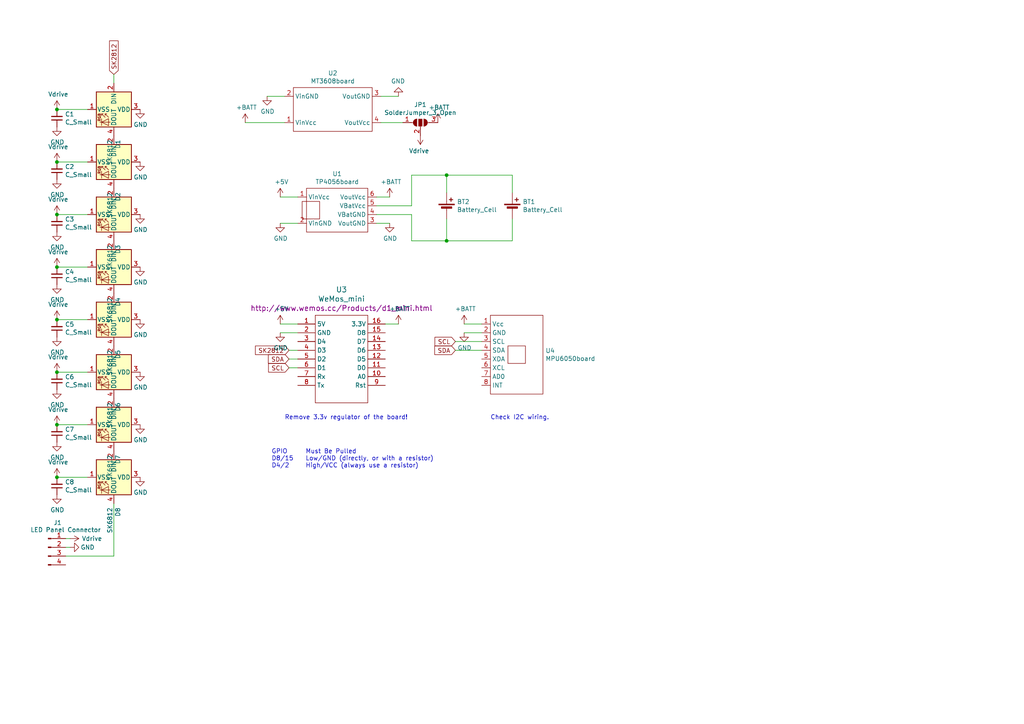
<source format=kicad_sch>
(kicad_sch (version 20231120) (generator "eeschema") (generator_version "8.0")
  (paper "A4")
  (lib_symbols
    (symbol "Device:Battery_Cell" (pin_numbers hide) (pin_names (offset 0) hide)
      (property "Reference" "BT" (at 2.54 2.54 0))
      (property "Value" "Battery_Cell" (at 2.54 0 0))
      (symbol "Battery_Cell_0_1"
        (rectangle (start -2.286 1.778) (end 2.286 1.524) (fill (type outline)))
        (rectangle (start -1.524 1.016) (end 1.524 0.508) (fill (type outline)))
        (polyline (pts (xy 0 0.762) (xy 0 0)))
        (polyline (pts (xy 0 1.778) (xy 0 2.54)))
        (polyline (pts (xy 0.762 3.048) (xy 1.778 3.048)) (stroke (width 0.254)))
        (polyline (pts (xy 1.27 3.556) (xy 1.27 2.54)) (stroke (width 0.254)))
      )
      (symbol "Battery_Cell_1_1"
        (pin passive line (at 0 5.08 270) (length 2.54) (name "+") (number "1"))
        (pin passive line (at 0 -2.54 90) (length 2.54) (name "-") (number "2"))
      )
    )
    (symbol "Device:C_Small" (pin_numbers hide) (pin_names (offset 0.254) hide)
      (property "Reference" "C" (at 0.254 1.778 0))
      (property "Value" "C_Small" (at 0.254 -2.032 0))
      (symbol "C_Small_0_1"
        (polyline (pts (xy -1.524 -0.508) (xy 1.524 -0.508)) (stroke (width 0.3302)))
        (polyline (pts (xy -1.524 0.508) (xy 1.524 0.508)) (stroke (width 0.3048)))
      )
      (symbol "C_Small_1_1"
        (pin passive line (at 0 2.54 270) (length 2.032) (name "~") (number "1"))
        (pin passive line (at 0 -2.54 90) (length 2.032) (name "~") (number "2"))
      )
    )
    (symbol "LED:SK6812" (pin_names (offset 0.254))
      (property "Reference" "D" (at 5.08 5.715 0))
      (property "Value" "SK6812" (at 1.27 -5.715 0))
      (symbol "SK6812_0_0"
        (text "RGB" (at 2.286 -4.191 0) (effects (font (size 0.762 0.762))))
      )
      (symbol "SK6812_0_1"
        (polyline (pts (xy 1.27 -3.556) (xy 1.778 -3.556)))
        (polyline (pts (xy 1.27 -2.54) (xy 1.778 -2.54)))
        (polyline (pts (xy 4.699 -3.556) (xy 2.667 -3.556)))
        (polyline (pts (xy 2.286 -2.54) (xy 1.27 -3.556) (xy 1.27 -3.048)))
        (polyline (pts (xy 2.286 -1.524) (xy 1.27 -2.54) (xy 1.27 -2.032)))
        (polyline (pts (xy 3.683 -1.016) (xy 3.683 -3.556) (xy 3.683 -4.064)))
        (polyline (pts (xy 4.699 -1.524) (xy 2.667 -1.524) (xy 3.683 -3.556) (xy 4.699 -1.524)))
        (rectangle (start 5.08 5.08) (end -5.08 -5.08) (stroke (width 0.254)) (fill (type background)))
      )
      (symbol "SK6812_1_1"
        (pin power_in line (at 0 -7.62 90) (length 2.54) (name "VSS") (number "1"))
        (pin input line (at -7.62 0 0) (length 2.54) (name "DIN") (number "2"))
        (pin power_in line (at 0 7.62 270) (length 2.54) (name "VDD") (number "3"))
        (pin output line (at 7.62 0 180) (length 2.54) (name "DOUT") (number "4"))
      )
    )
    (symbol "bambouLab:MPU6050board"
      (property "Reference" "U" (at 0 -16.51 0))
      (property "Value" "MPU6050board" (at 0 15.24 0))
      (symbol "MPU6050board_0_1"
        (rectangle (start -7.62 11.43) (end 7.62 -11.43))
        (rectangle (start -2.54 2.54) (end 2.54 -2.54))
      )
      (symbol "MPU6050board_1_1"
        (pin power_in line (at -10.16 8.89 0) (length 2.54) (name "Vcc") (number "1"))
        (pin power_in line (at -10.16 6.35 0) (length 2.54) (name "GND") (number "2"))
        (pin power_in line (at -10.16 3.81 0) (length 2.54) (name "SCL") (number "3"))
        (pin power_in line (at -10.16 1.27 0) (length 2.54) (name "SDA") (number "4"))
        (pin power_in line (at -10.16 -1.27 0) (length 2.54) (name "XDA") (number "5"))
        (pin power_in line (at -10.16 -3.81 0) (length 2.54) (name "XCL") (number "6"))
        (pin power_in line (at -10.16 -6.35 0) (length 2.54) (name "AD0") (number "7"))
        (pin power_in line (at -10.16 -8.89 0) (length 2.54) (name "INT") (number "8"))
      )
    )
    (symbol "bambouLab:MT3608board"
      (property "Reference" "U" (at 0 -11.43 0))
      (property "Value" "MT3608board" (at 0 26.67 0))
      (symbol "MT3608board_0_1"
        (rectangle (start -6.35 12.7) (end 6.35 -10.16))
      )
      (symbol "MT3608board_1_1"
        (pin power_in line (at -3.81 15.24 270) (length 2.54) (name "VinVcc") (number "1"))
        (pin power_in line (at 3.81 15.24 270) (length 2.54) (name "VinGND") (number "2"))
        (pin power_in line (at 3.81 -12.7 90) (length 2.54) (name "VoutGND") (number "3"))
        (pin power_in line (at -3.81 -12.7 90) (length 2.54) (name "VoutVcc") (number "4"))
      )
    )
    (symbol "bambouLab:TP4056board"
      (property "Reference" "U" (at 0 -20.32 0))
      (property "Value" "TP4056board" (at 0 15.24 0))
      (symbol "TP4056board_0_1"
        (rectangle (start -6.35 7.62) (end 6.35 -10.16))
        (rectangle (start -2.54 8.89) (end 2.54 3.81))
      )
      (symbol "TP4056board_1_1"
        (pin power_in line (at 3.81 10.16 270) (length 2.54) (name "VinVcc") (number "1"))
        (pin power_in line (at -3.81 10.16 270) (length 2.54) (name "VinGND") (number "2"))
        (pin power_out line (at -3.81 -12.7 90) (length 2.54) (name "VoutGND") (number "3"))
        (pin power_in line (at -1.27 -12.7 90) (length 2.54) (name "VBatGND") (number "4"))
        (pin power_in line (at 1.27 -12.7 90) (length 2.54) (name "VBatVcc") (number "5"))
        (pin power_out line (at 3.81 -12.7 90) (length 2.54) (name "VoutVcc") (number "6"))
      )
    )
    (symbol "bambouLab:WeMos_mini"
      (property "Reference" "U" (at 0 12.7 0))
      (property "Value" "WeMos_mini" (at 0 -12.7 0))
      (property "Datasheet" "http://www.wemos.cc/Products/d1_mini.html" (at 13.97 -17.78 0))
      (symbol "WeMos_mini_0_1"
        (rectangle (start -7.62 11.43) (end 7.62 -13.97))
      )
      (symbol "WeMos_mini_1_1"
        (pin power_in line (at -12.7 8.89 0) (length 5.08) (name "5V") (number "1"))
        (pin bidirectional line (at 12.7 -6.35 180) (length 5.08) (name "A0") (number "10"))
        (pin bidirectional line (at 12.7 -3.81 180) (length 5.08) (name "D0") (number "11"))
        (pin bidirectional line (at 12.7 -1.27 180) (length 5.08) (name "D5") (number "12"))
        (pin bidirectional line (at 12.7 1.27 180) (length 5.08) (name "D6") (number "13"))
        (pin bidirectional line (at 12.7 3.81 180) (length 5.08) (name "D7") (number "14"))
        (pin bidirectional line (at 12.7 6.35 180) (length 5.08) (name "D8") (number "15"))
        (pin power_out line (at 12.7 8.89 180) (length 5.08) (name "3.3V") (number "16"))
        (pin power_in line (at -12.7 6.35 0) (length 5.08) (name "GND") (number "2"))
        (pin bidirectional line (at -12.7 3.81 0) (length 5.08) (name "D4") (number "3"))
        (pin bidirectional line (at -12.7 1.27 0) (length 5.08) (name "D3") (number "4"))
        (pin bidirectional line (at -12.7 -1.27 0) (length 5.08) (name "D2") (number "5"))
        (pin bidirectional line (at -12.7 -3.81 0) (length 5.08) (name "D1") (number "6"))
        (pin bidirectional line (at -12.7 -6.35 0) (length 5.08) (name "Rx") (number "7"))
        (pin bidirectional line (at -12.7 -8.89 0) (length 5.08) (name "Tx") (number "8"))
        (pin bidirectional line (at 12.7 -8.89 180) (length 5.08) (name "Rst") (number "9"))
      )
    )
    (symbol "nyantern-rescue:+5V-power" (power) (pin_names (offset 0))
      (property "Value" "power_+5V" (at 0 3.556 0))
      (symbol "+5V-power_0_1"
        (polyline (pts (xy -0.762 1.27) (xy 0 2.54)))
        (polyline (pts (xy 0 0) (xy 0 2.54)))
        (polyline (pts (xy 0 2.54) (xy 0.762 1.27)))
      )
      (symbol "+5V-power_1_1"
        (pin power_in line (at 0 0 90) (length 0) hide (name "+5V") (number "1"))
      )
    )
    (symbol "nyantern-rescue:+BATT-power" (power) (pin_names (offset 0))
      (property "Value" "power_+BATT" (at 0 3.556 0))
      (symbol "+BATT-power_0_1"
        (polyline (pts (xy -0.762 1.27) (xy 0 2.54)))
        (polyline (pts (xy 0 0) (xy 0 2.54)))
        (polyline (pts (xy 0 2.54) (xy 0.762 1.27)))
      )
      (symbol "+BATT-power_1_1"
        (pin power_in line (at 0 0 90) (length 0) hide (name "+BATT") (number "1"))
      )
    )
    (symbol "nyantern-rescue:Conn_01x04_Male-Connector" (pin_names (offset 1.016) hide)
      (property "Reference" "J" (at 0 5.08 0))
      (property "Value" "Connector_Conn_01x04_Male" (at 0 -7.62 0))
      (symbol "Conn_01x04_Male-Connector_1_1"
        (polyline (pts (xy 1.27 -5.08) (xy 0.8636 -5.08)) (stroke (width 0.1524)))
        (polyline (pts (xy 1.27 -2.54) (xy 0.8636 -2.54)) (stroke (width 0.1524)))
        (polyline (pts (xy 1.27 0) (xy 0.8636 0)) (stroke (width 0.1524)))
        (polyline (pts (xy 1.27 2.54) (xy 0.8636 2.54)) (stroke (width 0.1524)))
        (rectangle (start 0.8636 -4.953) (end 0 -5.207) (stroke (width 0.1524)) (fill (type outline)))
        (rectangle (start 0.8636 -2.413) (end 0 -2.667) (stroke (width 0.1524)) (fill (type outline)))
        (rectangle (start 0.8636 0.127) (end 0 -0.127) (stroke (width 0.1524)) (fill (type outline)))
        (rectangle (start 0.8636 2.667) (end 0 2.413) (stroke (width 0.1524)) (fill (type outline)))
        (pin passive line (at 5.08 2.54 180) (length 3.81) (name "Pin_1") (number "1"))
        (pin passive line (at 5.08 0 180) (length 3.81) (name "Pin_2") (number "2"))
        (pin passive line (at 5.08 -2.54 180) (length 3.81) (name "Pin_3") (number "3"))
        (pin passive line (at 5.08 -5.08 180) (length 3.81) (name "Pin_4") (number "4"))
      )
    )
    (symbol "nyantern-rescue:GND-power" (power) (pin_names (offset 0))
      (property "Value" "power_GND" (at 0 -3.81 0))
      (symbol "GND-power_0_1"
        (polyline (pts (xy 0 0) (xy 0 -1.27) (xy 1.27 -1.27) (xy 0 -2.54) (xy -1.27 -1.27) (xy 0 -1.27)))
      )
      (symbol "GND-power_1_1"
        (pin power_in line (at 0 0 270) (length 0) hide (name "GND") (number "1"))
      )
    )
    (symbol "nyantern-rescue:SolderJumper_3_Open-Jumper" (pin_names (offset 0) hide)
      (property "Reference" "JP" (at -2.54 -2.54 0))
      (property "Value" "Jumper_SolderJumper_3_Open" (at 0 2.794 0))
      (symbol "SolderJumper_3_Open-Jumper_0_1"
        (arc (start -1.016 1.016) (mid -2.032 0) (end -1.016 -1.016))
        (arc (start -1.016 1.016) (mid -2.032 0) (end -1.016 -1.016) (fill (type outline)))
        (rectangle (start -0.508 1.016) (end 0.508 -1.016) (fill (type outline)))
        (polyline (pts (xy -2.54 0) (xy -2.032 0)))
        (polyline (pts (xy -1.016 1.016) (xy -1.016 -1.016)))
        (polyline (pts (xy 0 -1.27) (xy 0 -1.016)))
        (polyline (pts (xy 1.016 1.016) (xy 1.016 -1.016)))
        (polyline (pts (xy 2.54 0) (xy 2.032 0)))
        (arc (start 1.016 -1.016) (mid 2.032 0) (end 1.016 1.016))
        (arc (start 1.016 -1.016) (mid 2.032 0) (end 1.016 1.016) (fill (type outline)))
      )
      (symbol "SolderJumper_3_Open-Jumper_1_1"
        (pin passive line (at -5.08 0 0) (length 2.54) (name "A") (number "1"))
        (pin input line (at 0 -3.81 90) (length 2.54) (name "C") (number "2"))
        (pin passive line (at 5.08 0 180) (length 2.54) (name "B") (number "3"))
      )
    )
    (symbol "nyantern-rescue:Vdrive-power" (power) (pin_names (offset 0))
      (property "Value" "power_Vdrive" (at 0 3.81 0))
      (symbol "Vdrive-power_0_1"
        (polyline (pts (xy -0.762 1.27) (xy 0 2.54)))
        (polyline (pts (xy 0 0) (xy 0 2.54)))
        (polyline (pts (xy 0 2.54) (xy 0.762 1.27)))
      )
      (symbol "Vdrive-power_1_1"
        (pin power_in line (at 0 0 90) (length 0) hide (name "Vdrive") (number "1"))
      )
    )
  )
  (junction (at 16.51 138.43))
  (junction (at 129.54 50.8))
  (junction (at 129.54 69.85))
  (junction (at 16.51 107.95))
  (junction (at 16.51 92.71))
  (junction (at 16.51 123.19))
  (junction (at 16.51 46.99))
  (junction (at 16.51 62.23))
  (junction (at 16.51 31.75))
  (junction (at 16.51 77.47))
  (wire (pts (xy 119.38 62.23) (xy 119.38 69.85)))
  (wire (pts (xy 119.38 50.8) (xy 129.54 50.8)))
  (wire (pts (xy 148.59 50.8) (xy 148.59 55.88)))
  (wire (pts (xy 25.4 62.23) (xy 16.51 62.23)))
  (wire (pts (xy 132.08 101.6) (xy 139.7 101.6)))
  (wire (pts (xy 119.38 69.85) (xy 129.54 69.85)))
  (wire (pts (xy 25.4 46.99) (xy 16.51 46.99)))
  (wire (pts (xy 129.54 69.85) (xy 148.59 69.85)))
  (wire (pts (xy 83.82 101.6) (xy 86.36 101.6)))
  (wire (pts (xy 25.4 123.19) (xy 16.51 123.19)))
  (wire (pts (xy 115.57 27.94) (xy 110.49 27.94)))
  (wire (pts (xy 109.22 64.77) (xy 113.03 64.77)))
  (wire (pts (xy 25.4 31.75) (xy 16.51 31.75)))
  (wire (pts (xy 129.54 63.5) (xy 129.54 69.85)))
  (wire (pts (xy 81.28 57.15) (xy 86.36 57.15)))
  (wire (pts (xy 134.62 93.98) (xy 139.7 93.98)))
  (wire (pts (xy 132.08 99.06) (xy 139.7 99.06)))
  (wire (pts (xy 119.38 59.69) (xy 119.38 50.8)))
  (wire (pts (xy 77.47 27.94) (xy 82.55 27.94)))
  (wire (pts (xy 129.54 50.8) (xy 148.59 50.8)))
  (wire (pts (xy 25.4 138.43) (xy 16.51 138.43)))
  (wire (pts (xy 20.32 156.21) (xy 19.05 156.21)))
  (wire (pts (xy 129.54 55.88) (xy 129.54 50.8)))
  (wire (pts (xy 83.82 104.14) (xy 86.36 104.14)))
  (wire (pts (xy 81.28 96.52) (xy 86.36 96.52)))
  (wire (pts (xy 33.02 161.29) (xy 19.05 161.29)))
  (wire (pts (xy 86.36 106.68) (xy 83.82 106.68)))
  (wire (pts (xy 33.02 146.05) (xy 33.02 161.29)))
  (wire (pts (xy 25.4 107.95) (xy 16.51 107.95)))
  (wire (pts (xy 25.4 92.71) (xy 16.51 92.71)))
  (wire (pts (xy 109.22 57.15) (xy 113.03 57.15)))
  (wire (pts (xy 25.4 77.47) (xy 16.51 77.47)))
  (wire (pts (xy 134.62 96.52) (xy 139.7 96.52)))
  (wire (pts (xy 19.05 158.75) (xy 20.32 158.75)))
  (wire (pts (xy 81.28 64.77) (xy 86.36 64.77)))
  (wire (pts (xy 148.59 69.85) (xy 148.59 63.5)))
  (wire (pts (xy 81.28 93.98) (xy 86.36 93.98)))
  (wire (pts (xy 33.02 24.13) (xy 33.02 21.59)))
  (wire (pts (xy 109.22 62.23) (xy 119.38 62.23)))
  (wire (pts (xy 110.49 35.56) (xy 116.84 35.56)))
  (wire (pts (xy 111.76 93.98) (xy 115.57 93.98)))
  (wire (pts (xy 82.55 35.56) (xy 71.12 35.56)))
  (wire (pts (xy 109.22 59.69) (xy 119.38 59.69)))
  (text "GPIO	Must Be Pulled\nD8/15	Low/GND (directly, or with a resistor)\nD4/2	High/VCC (always use a resistor)" (at 78.74 135.89 0) (effects (font (size 1.27 1.27)) (justify left bottom)))
  (text "Check I2C wiring." (at 142.24 121.92 0) (effects (font (size 1.27 1.27)) (justify left bottom)))
  (text "Remove 3.3v regulator of the board!" (at 82.55 121.92 0) (effects (font (size 1.27 1.27)) (justify left bottom)))
  (global_label "SK2812" (shape input) (at 83.82 101.6 180) (property "Intersheetrefs" "${INTERSHEET_REFS}" (effects (hide yes))))
  (global_label "SCL" (shape input) (at 132.08 99.06 180) (property "Intersheetrefs" "${INTERSHEET_REFS}" (effects (hide yes))))
  (global_label "SDA" (shape input) (at 83.82 104.14 180) (property "Intersheetrefs" "${INTERSHEET_REFS}" (effects (hide yes))))
  (global_label "SCL" (shape input) (at 83.82 106.68 180) (property "Intersheetrefs" "${INTERSHEET_REFS}" (effects (hide yes))))
  (global_label "SDA" (shape input) (at 132.08 101.6 180) (property "Intersheetrefs" "${INTERSHEET_REFS}" (effects (hide yes))))
  (global_label "SK2812" (shape input) (at 33.02 21.59 90) (property "Intersheetrefs" "${INTERSHEET_REFS}" (effects (hide yes))))
  (symbol (lib_id "Device:Battery_Cell") (at 129.54 60.96 0) (unit 1)
    (property "Reference" "BT2" (at 132.5372 58.5216 0) (effects (justify left)))
    (property "Value" "Battery_Cell" (at 132.5372 60.833 0) (effects (justify left)))
    (property "Footprint" "BamboulabFootprints:18650_Holder" (effects (hide yes)))
  )
  (symbol (lib_id "Device:Battery_Cell") (at 148.59 60.96 0) (unit 1)
    (property "Reference" "BT1" (at 151.5872 58.5216 0) (effects (justify left)))
    (property "Value" "Battery_Cell" (at 151.5872 60.833 0) (effects (justify left)))
    (property "Footprint" "BamboulabFootprints:18650_Holder" (effects (hide yes)))
  )
  (symbol (lib_id "LED:SK6812") (at 33.02 31.75 270) (unit 1)
    (property "Reference" "D1" (at 34.1884 40.4876 0) (effects (justify left)))
    (property "Value" "SK6812" (at 31.877 40.4876 0) (effects (justify left)))
    (property "Footprint" "LED_SMD:LED_SK6812_PLCC4_5.0x5.0mm_P3.2mm" (effects (hide yes)))
    (property "Datasheet" "https://cdn-shop.adafruit.com/product-files/1138/SK6812+LED+datasheet+.pdf" (effects (hide yes)))
  )
  (symbol (lib_id "LED:SK6812") (at 33.02 62.23 270) (unit 1)
    (property "Reference" "D3" (at 34.1884 70.9676 0) (effects (justify left)))
    (property "Value" "SK6812" (at 31.877 70.9676 0) (effects (justify left)))
    (property "Footprint" "LED_SMD:LED_SK6812_PLCC4_5.0x5.0mm_P3.2mm" (effects (hide yes)))
    (property "Datasheet" "https://cdn-shop.adafruit.com/product-files/1138/SK6812+LED+datasheet+.pdf" (effects (hide yes)))
  )
  (symbol (lib_id "LED:SK6812") (at 33.02 92.71 270) (unit 1)
    (property "Reference" "D5" (at 34.1884 101.4476 0) (effects (justify left)))
    (property "Value" "SK6812" (at 31.877 101.4476 0) (effects (justify left)))
    (property "Footprint" "LED_SMD:LED_SK6812_PLCC4_5.0x5.0mm_P3.2mm" (effects (hide yes)))
    (property "Datasheet" "https://cdn-shop.adafruit.com/product-files/1138/SK6812+LED+datasheet+.pdf" (effects (hide yes)))
  )
  (symbol (lib_id "LED:SK6812") (at 33.02 123.19 270) (unit 1)
    (property "Reference" "D7" (at 34.1884 131.9276 0) (effects (justify left)))
    (property "Value" "SK6812" (at 31.877 131.9276 0) (effects (justify left)))
    (property "Footprint" "LED_SMD:LED_SK6812_PLCC4_5.0x5.0mm_P3.2mm" (effects (hide yes)))
    (property "Datasheet" "https://cdn-shop.adafruit.com/product-files/1138/SK6812+LED+datasheet+.pdf" (effects (hide yes)))
  )
  (symbol (lib_id "LED:SK6812") (at 33.02 46.99 270) (unit 1)
    (property "Reference" "D2" (at 34.1884 55.7276 0) (effects (justify left)))
    (property "Value" "SK6812" (at 31.877 55.7276 0) (effects (justify left)))
    (property "Footprint" "LED_SMD:LED_SK6812_PLCC4_5.0x5.0mm_P3.2mm" (effects (hide yes)))
    (property "Datasheet" "https://cdn-shop.adafruit.com/product-files/1138/SK6812+LED+datasheet+.pdf" (effects (hide yes)))
  )
  (symbol (lib_id "LED:SK6812") (at 33.02 77.47 270) (unit 1)
    (property "Reference" "D4" (at 34.1884 86.2076 0) (effects (justify left)))
    (property "Value" "SK6812" (at 31.877 86.2076 0) (effects (justify left)))
    (property "Footprint" "LED_SMD:LED_SK6812_PLCC4_5.0x5.0mm_P3.2mm" (effects (hide yes)))
    (property "Datasheet" "https://cdn-shop.adafruit.com/product-files/1138/SK6812+LED+datasheet+.pdf" (effects (hide yes)))
  )
  (symbol (lib_id "LED:SK6812") (at 33.02 107.95 270) (unit 1)
    (property "Reference" "D6" (at 34.1884 116.6876 0) (effects (justify left)))
    (property "Value" "SK6812" (at 31.877 116.6876 0) (effects (justify left)))
    (property "Footprint" "LED_SMD:LED_SK6812_PLCC4_5.0x5.0mm_P3.2mm" (effects (hide yes)))
    (property "Datasheet" "https://cdn-shop.adafruit.com/product-files/1138/SK6812+LED+datasheet+.pdf" (effects (hide yes)))
  )
  (symbol (lib_id "LED:SK6812") (at 33.02 138.43 270) (unit 1)
    (property "Reference" "D8" (at 34.1884 147.1676 0) (effects (justify left)))
    (property "Value" "SK6812" (at 31.877 147.1676 0) (effects (justify left)))
    (property "Footprint" "LED_SMD:LED_SK6812_PLCC4_5.0x5.0mm_P3.2mm" (effects (hide yes)))
    (property "Datasheet" "https://cdn-shop.adafruit.com/product-files/1138/SK6812+LED+datasheet+.pdf" (effects (hide yes)))
  )
  (symbol (lib_id "bambouLab:WeMos_mini") (at 99.06 102.87 0) (unit 1)
    (property "Reference" "U3" (at 99.06 83.9978 0) (effects (font (size 1.524 1.524))))
    (property "Value" "WeMos_mini" (at 99.06 86.6902 0) (effects (font (size 1.524 1.524))))
    (property "Footprint" "BamboulabFootprints:D1_mini_board" (effects (hide yes)))
    (property "Datasheet" "http://www.wemos.cc/Products/d1_mini.html" (at 99.06 89.3826 0) (effects (font (size 1.524 1.524))))
  )
  (symbol (lib_id "Device:C_Small") (at 16.51 34.29 180) (unit 1)
    (property "Reference" "C1" (at 18.8468 33.1216 0) (effects (justify right)))
    (property "Value" "C_Small" (at 18.8468 35.433 0) (effects (justify right)))
    (property "Footprint" "Capacitor_SMD:C_0805_2012Metric" (effects (hide yes)))
  )
  (symbol (lib_id "nyantern-rescue:GND-power") (at 16.51 36.83 0) (unit 1)
    (property "Reference" "#PWR0101" (effects (hide yes)))
    (property "Value" "GND" (at 16.637 41.2242 0))
  )
  (symbol (lib_id "Device:C_Small") (at 16.51 49.53 180) (unit 1)
    (property "Reference" "C2" (at 18.8468 48.3616 0) (effects (justify right)))
    (property "Value" "C_Small" (at 18.8468 50.673 0) (effects (justify right)))
    (property "Footprint" "Capacitor_SMD:C_0805_2012Metric" (effects (hide yes)))
  )
  (symbol (lib_id "nyantern-rescue:GND-power") (at 16.51 52.07 0) (unit 1)
    (property "Reference" "#PWR0102" (effects (hide yes)))
    (property "Value" "GND" (at 16.637 56.4642 0))
  )
  (symbol (lib_id "Device:C_Small") (at 16.51 64.77 180) (unit 1)
    (property "Reference" "C3" (at 18.8468 63.6016 0) (effects (justify right)))
    (property "Value" "C_Small" (at 18.8468 65.913 0) (effects (justify right)))
    (property "Footprint" "Capacitor_SMD:C_0805_2012Metric" (effects (hide yes)))
  )
  (symbol (lib_id "nyantern-rescue:GND-power") (at 16.51 67.31 0) (unit 1)
    (property "Reference" "#PWR0103" (effects (hide yes)))
    (property "Value" "GND" (at 16.637 71.7042 0))
  )
  (symbol (lib_id "Device:C_Small") (at 16.51 80.01 180) (unit 1)
    (property "Reference" "C4" (at 18.8468 78.8416 0) (effects (justify right)))
    (property "Value" "C_Small" (at 18.8468 81.153 0) (effects (justify right)))
    (property "Footprint" "Capacitor_SMD:C_0805_2012Metric" (effects (hide yes)))
  )
  (symbol (lib_id "nyantern-rescue:GND-power") (at 16.51 82.55 0) (unit 1)
    (property "Reference" "#PWR0104" (effects (hide yes)))
    (property "Value" "GND" (at 16.637 86.9442 0))
  )
  (symbol (lib_id "Device:C_Small") (at 16.51 95.25 180) (unit 1)
    (property "Reference" "C5" (at 18.8468 94.0816 0) (effects (justify right)))
    (property "Value" "C_Small" (at 18.8468 96.393 0) (effects (justify right)))
    (property "Footprint" "Capacitor_SMD:C_0805_2012Metric" (effects (hide yes)))
  )
  (symbol (lib_id "nyantern-rescue:GND-power") (at 16.51 97.79 0) (unit 1)
    (property "Reference" "#PWR0105" (effects (hide yes)))
    (property "Value" "GND" (at 16.637 102.1842 0))
  )
  (symbol (lib_id "Device:C_Small") (at 16.51 110.49 180) (unit 1)
    (property "Reference" "C6" (at 18.8468 109.3216 0) (effects (justify right)))
    (property "Value" "C_Small" (at 18.8468 111.633 0) (effects (justify right)))
    (property "Footprint" "Capacitor_SMD:C_0805_2012Metric" (effects (hide yes)))
  )
  (symbol (lib_id "nyantern-rescue:GND-power") (at 16.51 113.03 0) (unit 1)
    (property "Reference" "#PWR0106" (effects (hide yes)))
    (property "Value" "GND" (at 16.637 117.4242 0))
  )
  (symbol (lib_id "Device:C_Small") (at 16.51 125.73 180) (unit 1)
    (property "Reference" "C7" (at 18.8468 124.5616 0) (effects (justify right)))
    (property "Value" "C_Small" (at 18.8468 126.873 0) (effects (justify right)))
    (property "Footprint" "Capacitor_SMD:C_0805_2012Metric" (effects (hide yes)))
  )
  (symbol (lib_id "nyantern-rescue:GND-power") (at 16.51 128.27 0) (unit 1)
    (property "Reference" "#PWR0107" (effects (hide yes)))
    (property "Value" "GND" (at 16.637 132.6642 0))
  )
  (symbol (lib_id "Device:C_Small") (at 16.51 140.97 180) (unit 1)
    (property "Reference" "C8" (at 18.8468 139.8016 0) (effects (justify right)))
    (property "Value" "C_Small" (at 18.8468 142.113 0) (effects (justify right)))
    (property "Footprint" "Capacitor_SMD:C_0805_2012Metric" (effects (hide yes)))
  )
  (symbol (lib_id "nyantern-rescue:GND-power") (at 16.51 143.51 0) (unit 1)
    (property "Reference" "#PWR0108" (effects (hide yes)))
    (property "Value" "GND" (at 16.637 147.9042 0))
  )
  (symbol (lib_id "nyantern-rescue:GND-power") (at 40.64 31.75 0) (unit 1)
    (property "Reference" "#PWR0109" (effects (hide yes)))
    (property "Value" "GND" (at 40.767 36.1442 0))
  )
  (symbol (lib_id "nyantern-rescue:GND-power") (at 40.64 46.99 0) (unit 1)
    (property "Reference" "#PWR0110" (effects (hide yes)))
    (property "Value" "GND" (at 40.767 51.3842 0))
  )
  (symbol (lib_id "nyantern-rescue:GND-power") (at 40.64 62.23 0) (unit 1)
    (property "Reference" "#PWR0111" (effects (hide yes)))
    (property "Value" "GND" (at 40.767 66.6242 0))
  )
  (symbol (lib_id "nyantern-rescue:GND-power") (at 40.64 77.47 0) (unit 1)
    (property "Reference" "#PWR0112" (effects (hide yes)))
    (property "Value" "GND" (at 40.767 81.8642 0))
  )
  (symbol (lib_id "nyantern-rescue:GND-power") (at 40.64 92.71 0) (unit 1)
    (property "Reference" "#PWR0113" (effects (hide yes)))
    (property "Value" "GND" (at 40.767 97.1042 0))
  )
  (symbol (lib_id "bambouLab:TP4056board") (at 96.52 60.96 90) (unit 1)
    (property "Reference" "U1" (at 97.79 50.419 90))
    (property "Value" "TP4056board" (at 97.79 52.7304 90))
    (property "Footprint" "BamboulabFootprints:TP4056board" (effects (hide yes)))
  )
  (symbol (lib_id "nyantern-rescue:GND-power") (at 40.64 107.95 0) (unit 1)
    (property "Reference" "#PWR0114" (effects (hide yes)))
    (property "Value" "GND" (at 40.767 112.3442 0))
  )
  (symbol (lib_id "nyantern-rescue:GND-power") (at 40.64 123.19 0) (unit 1)
    (property "Reference" "#PWR0115" (effects (hide yes)))
    (property "Value" "GND" (at 40.767 127.5842 0))
  )
  (symbol (lib_id "nyantern-rescue:GND-power") (at 40.64 138.43 0) (unit 1)
    (property "Reference" "#PWR0116" (effects (hide yes)))
    (property "Value" "GND" (at 40.767 142.8242 0))
  )
  (symbol (lib_id "nyantern-rescue:+5V-power") (at 81.28 57.15 0) (unit 1)
    (property "Reference" "#PWR0117" (effects (hide yes)))
    (property "Value" "+5V" (at 81.661 52.7558 0))
  )
  (symbol (lib_id "nyantern-rescue:GND-power") (at 81.28 64.77 0) (unit 1)
    (property "Reference" "#PWR0118" (effects (hide yes)))
    (property "Value" "GND" (at 81.407 69.1642 0))
  )
  (symbol (lib_id "nyantern-rescue:GND-power") (at 113.03 64.77 0) (unit 1)
    (property "Reference" "#PWR0119" (effects (hide yes)))
    (property "Value" "GND" (at 113.157 69.1642 0))
  )
  (symbol (lib_id "nyantern-rescue:+BATT-power") (at 113.03 57.15 0) (unit 1)
    (property "Reference" "#PWR0120" (effects (hide yes)))
    (property "Value" "+BATT" (at 113.411 52.7558 0))
  )
  (symbol (lib_id "nyantern-rescue:+5V-power") (at 81.28 93.98 0) (unit 1)
    (property "Reference" "#PWR0121" (effects (hide yes)))
    (property "Value" "+5V" (at 81.661 89.5858 0))
  )
  (symbol (lib_id "nyantern-rescue:GND-power") (at 81.28 96.52 0) (unit 1)
    (property "Reference" "#PWR0122" (effects (hide yes)))
    (property "Value" "GND" (at 81.407 100.9142 0))
  )
  (symbol (lib_id "nyantern-rescue:+BATT-power") (at 115.57 93.98 0) (unit 1)
    (property "Reference" "#PWR0123" (effects (hide yes)))
    (property "Value" "+BATT" (at 115.951 89.5858 0))
  )
  (symbol (lib_id "nyantern-rescue:Vdrive-power") (at 16.51 107.95 0) (unit 1)
    (property "Reference" "#PWR0124" (effects (hide yes)))
    (property "Value" "Vdrive" (at 16.891 103.5558 0))
  )
  (symbol (lib_id "nyantern-rescue:Vdrive-power") (at 16.51 138.43 0) (unit 1)
    (property "Reference" "#PWR0125" (effects (hide yes)))
    (property "Value" "Vdrive" (at 16.891 134.0358 0))
  )
  (symbol (lib_id "nyantern-rescue:Vdrive-power") (at 16.51 123.19 0) (unit 1)
    (property "Reference" "#PWR0126" (effects (hide yes)))
    (property "Value" "Vdrive" (at 16.891 118.7958 0))
  )
  (symbol (lib_id "nyantern-rescue:Vdrive-power") (at 16.51 92.71 0) (unit 1)
    (property "Reference" "#PWR0127" (effects (hide yes)))
    (property "Value" "Vdrive" (at 16.891 88.3158 0))
  )
  (symbol (lib_id "nyantern-rescue:Vdrive-power") (at 16.51 77.47 0) (unit 1)
    (property "Reference" "#PWR0128" (effects (hide yes)))
    (property "Value" "Vdrive" (at 16.891 73.0758 0))
  )
  (symbol (lib_id "nyantern-rescue:Vdrive-power") (at 16.51 62.23 0) (unit 1)
    (property "Reference" "#PWR0129" (effects (hide yes)))
    (property "Value" "Vdrive" (at 16.891 57.8358 0))
  )
  (symbol (lib_id "nyantern-rescue:Vdrive-power") (at 16.51 46.99 0) (unit 1)
    (property "Reference" "#PWR0130" (effects (hide yes)))
    (property "Value" "Vdrive" (at 16.891 42.5958 0))
  )
  (symbol (lib_id "nyantern-rescue:Vdrive-power") (at 16.51 31.75 0) (unit 1)
    (property "Reference" "#PWR0131" (effects (hide yes)))
    (property "Value" "Vdrive" (at 16.891 27.3558 0))
  )
  (symbol (lib_id "nyantern-rescue:SolderJumper_3_Open-Jumper") (at 121.92 35.56 0) (unit 1)
    (property "Reference" "JP1" (at 121.92 30.353 0))
    (property "Value" "SolderJumper_3_Open" (at 121.92 32.6644 0))
    (property "Footprint" "Jumper:SolderJumper-3_P1.3mm_Open_RoundedPad1.0x1.5mm_NumberLabels" (effects (hide yes)))
  )
  (symbol (lib_id "nyantern-rescue:Vdrive-power") (at 121.92 39.37 180) (unit 1)
    (property "Reference" "#PWR0132" (effects (hide yes)))
    (property "Value" "Vdrive" (at 121.539 43.7642 0))
  )
  (symbol (lib_id "nyantern-rescue:+BATT-power") (at 127 35.56 0) (unit 1)
    (property "Reference" "#PWR0133" (effects (hide yes)))
    (property "Value" "+BATT" (at 127.381 31.1658 0))
  )
  (symbol (lib_id "bambouLab:MT3608board") (at 97.79 31.75 90) (unit 1)
    (property "Reference" "U2" (at 96.52 21.209 90))
    (property "Value" "MT3608board" (at 96.52 23.5204 90))
    (property "Footprint" "BamboulabFootprints:MT3608board" (effects (hide yes)))
  )
  (symbol (lib_id "nyantern-rescue:GND-power") (at 115.57 27.94 180) (unit 1)
    (property "Reference" "#PWR0134" (effects (hide yes)))
    (property "Value" "GND" (at 115.443 23.5458 0))
  )
  (symbol (lib_id "nyantern-rescue:GND-power") (at 77.47 27.94 0) (unit 1)
    (property "Reference" "#PWR0135" (effects (hide yes)))
    (property "Value" "GND" (at 77.597 32.3342 0))
  )
  (symbol (lib_id "nyantern-rescue:+BATT-power") (at 71.12 35.56 0) (unit 1)
    (property "Reference" "#PWR0136" (effects (hide yes)))
    (property "Value" "+BATT" (at 71.501 31.1658 0))
  )
  (symbol (lib_id "bambouLab:MPU6050board") (at 149.86 102.87 0) (unit 1)
    (property "Reference" "U4" (at 158.1912 101.7016 0) (effects (justify left)))
    (property "Value" "MPU6050board" (at 158.1912 104.013 0) (effects (justify left)))
    (property "Footprint" "Connector_PinHeader_2.54mm:PinHeader_1x08_P2.54mm_Vertical" (effects (hide yes)))
  )
  (symbol (lib_id "nyantern-rescue:GND-power") (at 134.62 96.52 0) (unit 1)
    (property "Reference" "#PWR0137" (effects (hide yes)))
    (property "Value" "GND" (at 134.747 100.9142 0))
  )
  (symbol (lib_id "nyantern-rescue:+BATT-power") (at 134.62 93.98 0) (unit 1)
    (property "Reference" "#PWR0138" (effects (hide yes)))
    (property "Value" "+BATT" (at 135.001 89.5858 0))
  )
  (symbol (lib_id "nyantern-rescue:Conn_01x04_Male-Connector") (at 13.97 158.75 0) (unit 1)
    (property "Reference" "J1" (at 16.7132 151.6126 0))
    (property "Value" "LED Panel Connector" (at 19.05 153.67 0))
    (property "Footprint" "Connector_PinSocket_2.54mm:PinSocket_1x04_P2.54mm_Vertical" (effects (hide yes)))
  )
  (symbol (lib_id "nyantern-rescue:Vdrive-power") (at 20.32 156.21 270) (unit 1)
    (property "Reference" "#PWR0139" (effects (hide yes)))
    (property "Value" "Vdrive" (at 26.67 156.21 90))
  )
  (symbol (lib_id "nyantern-rescue:GND-power") (at 20.32 158.75 90) (unit 1)
    (property "Reference" "#PWR0140" (effects (hide yes)))
    (property "Value" "GND" (at 25.4 158.75 90))
  )
)
</source>
